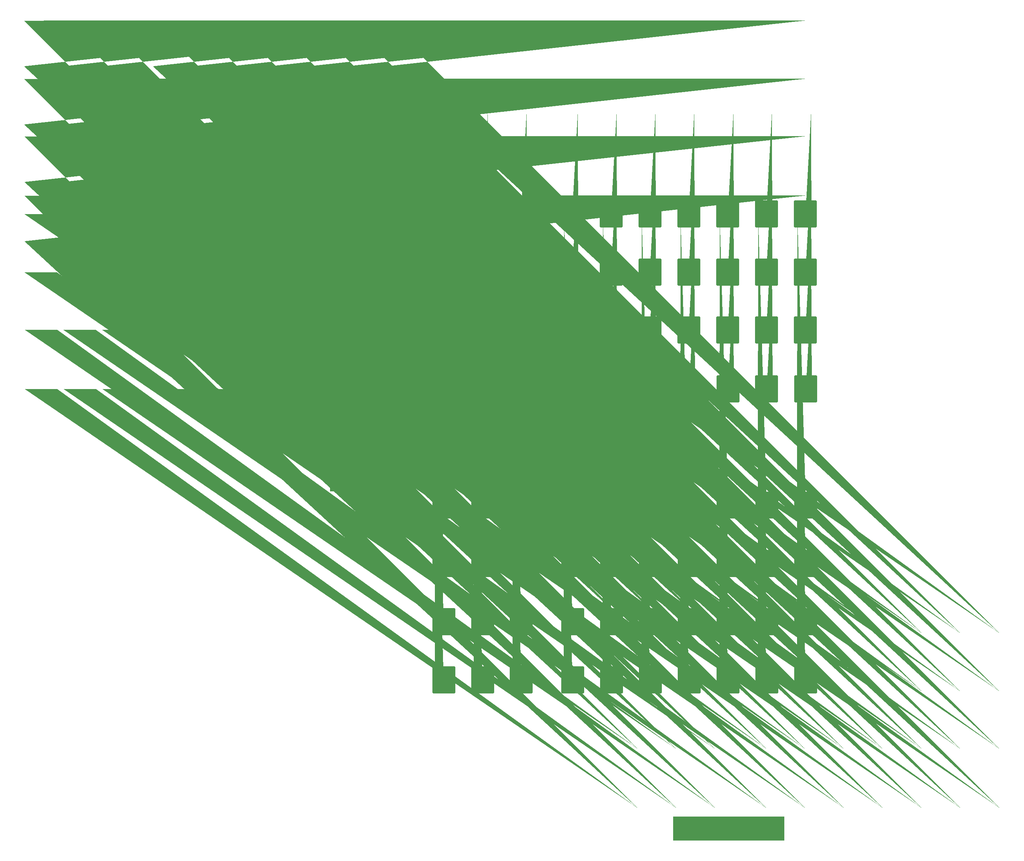
<source format=gbr>
%TF.GenerationSoftware,KiCad,Pcbnew,8.0.6*%
%TF.CreationDate,2025-01-04T08:58:16+01:00*%
%TF.ProjectId,kbd_flex,6b62645f-666c-4657-982e-6b696361645f,rev?*%
%TF.SameCoordinates,Original*%
%TF.FileFunction,Soldermask,Top*%
%TF.FilePolarity,Negative*%
%FSLAX46Y46*%
G04 Gerber Fmt 4.6, Leading zero omitted, Abs format (unit mm)*
G04 Created by KiCad (PCBNEW 8.0.6) date 2025-01-04 08:58:16*
%MOMM*%
%LPD*%
G01*
G04 APERTURE LIST*
G04 Aperture macros list*
%AMFreePoly0*
4,1,53,2.039018,2.734157,2.111114,2.704294,2.166294,2.649114,2.196157,2.577018,2.200000,2.538000,2.200000,2.000000,2.196157,1.960982,2.166294,1.888886,2.111114,1.833706,2.039018,1.803843,2.000000,1.800000,-1.200000,1.800000,-1.200000,0.762000,1.819000,0.762000,1.927713,0.746161,2.040390,0.691076,2.129076,0.602390,2.184161,0.489713,2.200000,0.381000,2.200000,-0.381000,
2.184161,-0.489713,2.129076,-0.602390,2.040390,-0.691076,1.927713,-0.746161,1.819000,-0.762000,-1.200000,-0.762000,-1.200000,-1.762000,2.000000,-1.762000,2.039018,-1.765843,2.111114,-1.795706,2.166294,-1.850886,2.196157,-1.922982,2.200000,-1.962000,2.200000,-2.500000,2.196157,-2.539018,2.166294,-2.611114,2.111114,-2.666294,2.039018,-2.696157,2.000000,-2.700000,-2.000000,-2.700000,
-2.039018,-2.696157,-2.111114,-2.666294,-2.166294,-2.611114,-2.196157,-2.539018,-2.200000,-2.500000,-2.200000,2.538000,-2.196157,2.577018,-2.166294,2.649114,-2.111114,2.704294,-2.039018,2.734157,-2.000000,2.738000,2.000000,2.738000,2.039018,2.734157,2.039018,2.734157,$1*%
%AMFreePoly1*
4,1,65,2.548773,2.195196,2.638893,2.157867,2.707867,2.088893,2.745196,1.998773,2.750000,1.950000,2.750000,-1.950000,2.745196,-1.998773,2.707867,-2.088893,2.638893,-2.157867,2.548773,-2.195196,2.500000,-2.200000,-2.500000,-2.200000,-2.548773,-2.195196,-2.638893,-2.157867,-2.707867,-2.088893,-2.745196,-1.998773,-2.750000,-1.950000,-2.750000,-1.250000,-2.745196,-1.201227,-2.707867,-1.111107,
-2.638893,-1.042133,-2.548773,-1.004804,-2.500000,-1.000000,1.272318,-1.000000,1.351851,-0.971052,1.416687,-0.916649,1.459005,-0.843351,1.473702,-0.760000,1.459005,-0.676649,1.416687,-0.603351,1.351851,-0.548948,1.286055,-0.525000,-2.487500,-0.525000,-2.587954,-0.505018,-2.673116,-0.448116,-2.730018,-0.362954,-2.750000,-0.262500,-2.750000,0.262500,-2.730018,0.362954,-2.673116,0.448116,
-2.587954,0.505018,-2.487500,0.525000,1.286055,0.525000,1.351851,0.548948,1.416687,0.603351,1.459005,0.676649,1.473702,0.760000,1.459005,0.843351,1.416687,0.916649,1.351851,0.971052,1.272318,1.000000,-2.500000,1.000000,-2.548773,1.004804,-2.638893,1.042133,-2.707867,1.111107,-2.745196,1.201227,-2.750000,1.250000,-2.750000,1.950000,-2.745196,1.998773,-2.707867,2.088893,
-2.638893,2.157867,-2.548773,2.195196,-2.500000,2.200000,2.500000,2.200000,2.548773,2.195196,2.548773,2.195196,$1*%
G04 Aperture macros list end*
%ADD10C,0.100000*%
%ADD11C,0.500000*%
%ADD12FreePoly0,0.000000*%
%ADD13FreePoly1,90.000000*%
%ADD14R,0.900000X4.500000*%
G04 APERTURE END LIST*
D10*
X35490000Y-92740000D02*
X46460000Y-92740000D01*
X46460000Y-100530000D01*
X35490000Y-100530000D01*
X35490000Y-92740000D01*
G36*
X35490000Y-92740000D02*
G01*
X46460000Y-92740000D01*
X46460000Y-100530000D01*
X35490000Y-100530000D01*
X35490000Y-92740000D01*
G37*
X117710000Y-178680000D02*
X144310000Y-178680000D01*
X144310000Y-179700000D01*
X117710000Y-179700000D01*
X117710000Y-178680000D01*
G36*
X117710000Y-178680000D02*
G01*
X144310000Y-178680000D01*
X144310000Y-179700000D01*
X117710000Y-179700000D01*
X117710000Y-178680000D01*
G37*
%TO.C,J23*%
D11*
X69540000Y-128910000D02*
X74540000Y-128910000D01*
X74540000Y-134910000D01*
X69540000Y-134910000D01*
X69540000Y-128910000D01*
G36*
X69540000Y-128910000D02*
G01*
X74540000Y-128910000D01*
X74540000Y-134910000D01*
X69540000Y-134910000D01*
X69540000Y-128910000D01*
G37*
%TO.C,J9*%
X100450000Y-100940000D02*
X105450000Y-100940000D01*
X105450000Y-106940000D01*
X100450000Y-106940000D01*
X100450000Y-100940000D01*
G36*
X100450000Y-100940000D02*
G01*
X105450000Y-100940000D01*
X105450000Y-106940000D01*
X100450000Y-106940000D01*
X100450000Y-100940000D01*
G37*
%TO.C,J15*%
X78840000Y-128910000D02*
X83840000Y-128910000D01*
X83840000Y-134910000D01*
X78840000Y-134910000D01*
X78840000Y-128910000D01*
G36*
X78840000Y-128910000D02*
G01*
X83840000Y-128910000D01*
X83840000Y-134910000D01*
X78840000Y-134910000D01*
X78840000Y-128910000D01*
G37*
%TO.C,J50*%
X137620000Y-58880000D02*
X142620000Y-58880000D01*
X142620000Y-64880000D01*
X137620000Y-64880000D01*
X137620000Y-58880000D01*
G36*
X137620000Y-58880000D02*
G01*
X142620000Y-58880000D01*
X142620000Y-64880000D01*
X137620000Y-64880000D01*
X137620000Y-58880000D01*
G37*
%TO.C,J19*%
X119070000Y-128910000D02*
X124070000Y-128910000D01*
X124070000Y-134910000D01*
X119070000Y-134910000D01*
X119070000Y-128910000D01*
G36*
X119070000Y-128910000D02*
G01*
X124070000Y-128910000D01*
X124070000Y-134910000D01*
X119070000Y-134910000D01*
X119070000Y-128910000D01*
G37*
%TO.C,J28*%
X60250000Y-114920000D02*
X65250000Y-114920000D01*
X65250000Y-120920000D01*
X60250000Y-120920000D01*
X60250000Y-114920000D01*
G36*
X60250000Y-114920000D02*
G01*
X65250000Y-114920000D01*
X65250000Y-120920000D01*
X60250000Y-120920000D01*
X60250000Y-114920000D01*
G37*
%TO.C,J65*%
X91070000Y-45030000D02*
X96070000Y-45030000D01*
X96070000Y-51030000D01*
X91070000Y-51030000D01*
X91070000Y-45030000D01*
G36*
X91070000Y-45030000D02*
G01*
X96070000Y-45030000D01*
X96070000Y-51030000D01*
X91070000Y-51030000D01*
X91070000Y-45030000D01*
G37*
%TO.C,J47*%
X109700000Y-58880000D02*
X114700000Y-58880000D01*
X114700000Y-64880000D01*
X109700000Y-64880000D01*
X109700000Y-58880000D01*
G36*
X109700000Y-58880000D02*
G01*
X114700000Y-58880000D01*
X114700000Y-64880000D01*
X109700000Y-64880000D01*
X109700000Y-58880000D01*
G37*
%TO.C,J14*%
X78840000Y-142900000D02*
X83840000Y-142900000D01*
X83840000Y-148900000D01*
X78840000Y-148900000D01*
X78840000Y-142900000D01*
G36*
X78840000Y-142900000D02*
G01*
X83840000Y-142900000D01*
X83840000Y-148900000D01*
X78840000Y-148900000D01*
X78840000Y-142900000D01*
G37*
%TO.C,J27*%
X60250000Y-128910000D02*
X65250000Y-128910000D01*
X65250000Y-134910000D01*
X60250000Y-134910000D01*
X60250000Y-128910000D01*
G36*
X60250000Y-128910000D02*
G01*
X65250000Y-128910000D01*
X65250000Y-134910000D01*
X60250000Y-134910000D01*
X60250000Y-128910000D01*
G37*
%TO.C,J8*%
X100450000Y-114920000D02*
X105450000Y-114920000D01*
X105450000Y-120920000D01*
X100450000Y-120920000D01*
X100450000Y-114920000D01*
G36*
X100450000Y-114920000D02*
G01*
X105450000Y-114920000D01*
X105450000Y-120920000D01*
X100450000Y-120920000D01*
X100450000Y-114920000D01*
G37*
%TO.C,J73*%
X69460000Y-31090000D02*
X74460000Y-31090000D01*
X74460000Y-37090000D01*
X69460000Y-37090000D01*
X69460000Y-31090000D01*
G36*
X69460000Y-31090000D02*
G01*
X74460000Y-31090000D01*
X74460000Y-37090000D01*
X69460000Y-37090000D01*
X69460000Y-31090000D01*
G37*
%TO.C,J51*%
X146990000Y-58880000D02*
X151990000Y-58880000D01*
X151990000Y-64880000D01*
X146990000Y-64880000D01*
X146990000Y-58880000D01*
G36*
X146990000Y-58880000D02*
G01*
X151990000Y-58880000D01*
X151990000Y-64880000D01*
X146990000Y-64880000D01*
X146990000Y-58880000D01*
G37*
%TO.C,J70*%
X137610000Y-45030000D02*
X142610000Y-45030000D01*
X142610000Y-51030000D01*
X137610000Y-51030000D01*
X137610000Y-45030000D01*
G36*
X137610000Y-45030000D02*
G01*
X142610000Y-45030000D01*
X142610000Y-51030000D01*
X137610000Y-51030000D01*
X137610000Y-45030000D01*
G37*
%TO.C,J72*%
X60170000Y-31080000D02*
X65170000Y-31080000D01*
X65170000Y-37080000D01*
X60170000Y-37080000D01*
X60170000Y-31080000D01*
G36*
X60170000Y-31080000D02*
G01*
X65170000Y-31080000D01*
X65170000Y-37080000D01*
X60170000Y-37080000D01*
X60170000Y-31080000D01*
G37*
%TO.C,J45*%
X91080000Y-58880000D02*
X96080000Y-58880000D01*
X96080000Y-64880000D01*
X91080000Y-64880000D01*
X91080000Y-58880000D01*
G36*
X91080000Y-58880000D02*
G01*
X96080000Y-58880000D01*
X96080000Y-64880000D01*
X91080000Y-64880000D01*
X91080000Y-58880000D01*
G37*
%TO.C,J22*%
X69540000Y-142900000D02*
X74540000Y-142900000D01*
X74540000Y-148900000D01*
X69540000Y-148900000D01*
X69540000Y-142900000D01*
G36*
X69540000Y-142900000D02*
G01*
X74540000Y-142900000D01*
X74540000Y-148900000D01*
X69540000Y-148900000D01*
X69540000Y-142900000D01*
G37*
%TO.C,J63*%
X69460000Y-45040000D02*
X74460000Y-45040000D01*
X74460000Y-51040000D01*
X69460000Y-51040000D01*
X69460000Y-45040000D01*
G36*
X69460000Y-45040000D02*
G01*
X74460000Y-45040000D01*
X74460000Y-51040000D01*
X69460000Y-51040000D01*
X69460000Y-45040000D01*
G37*
%TO.C,J42*%
X60180000Y-58880000D02*
X65180000Y-58880000D01*
X65180000Y-64880000D01*
X60180000Y-64880000D01*
X60180000Y-58880000D01*
G36*
X60180000Y-58880000D02*
G01*
X65180000Y-58880000D01*
X65180000Y-64880000D01*
X60180000Y-64880000D01*
X60180000Y-58880000D01*
G37*
%TO.C,J67*%
X109690000Y-45030000D02*
X114690000Y-45030000D01*
X114690000Y-51030000D01*
X109690000Y-51030000D01*
X109690000Y-45030000D01*
G36*
X109690000Y-45030000D02*
G01*
X114690000Y-45030000D01*
X114690000Y-51030000D01*
X109690000Y-51030000D01*
X109690000Y-45030000D01*
G37*
%TO.C,J35*%
X137690000Y-128910000D02*
X142690000Y-128910000D01*
X142690000Y-134910000D01*
X137690000Y-134910000D01*
X137690000Y-128910000D01*
G36*
X137690000Y-128910000D02*
G01*
X142690000Y-128910000D01*
X142690000Y-134910000D01*
X137690000Y-134910000D01*
X137690000Y-128910000D01*
G37*
%TO.C,J68*%
X118990000Y-45030000D02*
X123990000Y-45030000D01*
X123990000Y-51030000D01*
X118990000Y-51030000D01*
X118990000Y-45030000D01*
G36*
X118990000Y-45030000D02*
G01*
X123990000Y-45030000D01*
X123990000Y-51030000D01*
X118990000Y-51030000D01*
X118990000Y-45030000D01*
G37*
%TO.C,J2*%
X91150000Y-142900000D02*
X96150000Y-142900000D01*
X96150000Y-148900000D01*
X91150000Y-148900000D01*
X91150000Y-142900000D01*
G36*
X91150000Y-142900000D02*
G01*
X96150000Y-142900000D01*
X96150000Y-148900000D01*
X91150000Y-148900000D01*
X91150000Y-142900000D01*
G37*
%TO.C,J16*%
X78840000Y-114920000D02*
X83840000Y-114920000D01*
X83840000Y-120920000D01*
X78840000Y-120920000D01*
X78840000Y-114920000D01*
G36*
X78840000Y-114920000D02*
G01*
X83840000Y-114920000D01*
X83840000Y-120920000D01*
X78840000Y-120920000D01*
X78840000Y-114920000D01*
G37*
%TO.C,J59*%
X128410000Y-73080000D02*
X133410000Y-73080000D01*
X133410000Y-79080000D01*
X128410000Y-79080000D01*
X128410000Y-73080000D01*
G36*
X128410000Y-73080000D02*
G01*
X133410000Y-73080000D01*
X133410000Y-79080000D01*
X128410000Y-79080000D01*
X128410000Y-73080000D01*
G37*
%TO.C,J37*%
X137690000Y-100940000D02*
X142690000Y-100940000D01*
X142690000Y-106940000D01*
X137690000Y-106940000D01*
X137690000Y-100940000D01*
G36*
X137690000Y-100940000D02*
G01*
X142690000Y-100940000D01*
X142690000Y-106940000D01*
X137690000Y-106940000D01*
X137690000Y-100940000D01*
G37*
%TO.C,J79*%
X128340000Y-31080000D02*
X133340000Y-31080000D01*
X133340000Y-37080000D01*
X128340000Y-37080000D01*
X128340000Y-31080000D01*
G36*
X128340000Y-31080000D02*
G01*
X133340000Y-31080000D01*
X133340000Y-37080000D01*
X128340000Y-37080000D01*
X128340000Y-31080000D01*
G37*
%TO.C,J21*%
X119070000Y-100940000D02*
X124070000Y-100940000D01*
X124070000Y-106940000D01*
X119070000Y-106940000D01*
X119070000Y-100940000D01*
G36*
X119070000Y-100940000D02*
G01*
X124070000Y-100940000D01*
X124070000Y-106940000D01*
X119070000Y-106940000D01*
X119070000Y-100940000D01*
G37*
%TO.C,J75*%
X91070000Y-31080000D02*
X96070000Y-31080000D01*
X96070000Y-37080000D01*
X91070000Y-37080000D01*
X91070000Y-31080000D01*
G36*
X91070000Y-31080000D02*
G01*
X96070000Y-31080000D01*
X96070000Y-37080000D01*
X91070000Y-37080000D01*
X91070000Y-31080000D01*
G37*
%TO.C,J17*%
X78840000Y-100940000D02*
X83840000Y-100940000D01*
X83840000Y-106940000D01*
X78840000Y-106940000D01*
X78840000Y-100940000D01*
G36*
X78840000Y-100940000D02*
G01*
X83840000Y-100940000D01*
X83840000Y-106940000D01*
X78840000Y-106940000D01*
X78840000Y-100940000D01*
G37*
%TO.C,J57*%
X109760000Y-73080000D02*
X114760000Y-73080000D01*
X114760000Y-79080000D01*
X109760000Y-79080000D01*
X109760000Y-73080000D01*
G36*
X109760000Y-73080000D02*
G01*
X114760000Y-73080000D01*
X114760000Y-79080000D01*
X109760000Y-79080000D01*
X109760000Y-73080000D01*
G37*
%TO.C,J11*%
X109770000Y-128910000D02*
X114770000Y-128910000D01*
X114770000Y-134910000D01*
X109770000Y-134910000D01*
X109770000Y-128910000D01*
G36*
X109770000Y-128910000D02*
G01*
X114770000Y-128910000D01*
X114770000Y-134910000D01*
X109770000Y-134910000D01*
X109770000Y-128910000D01*
G37*
%TO.C,J69*%
X128340000Y-45030000D02*
X133340000Y-45030000D01*
X133340000Y-51030000D01*
X128340000Y-51030000D01*
X128340000Y-45030000D01*
G36*
X128340000Y-45030000D02*
G01*
X133340000Y-45030000D01*
X133340000Y-51030000D01*
X128340000Y-51030000D01*
X128340000Y-45030000D01*
G37*
%TO.C,J1*%
D10*
X117710000Y-184400000D02*
X144310000Y-184400000D01*
X144310000Y-179700000D01*
X117710000Y-179700000D01*
X117710000Y-184400000D01*
G36*
X117710000Y-184400000D02*
G01*
X144310000Y-184400000D01*
X144310000Y-179700000D01*
X117710000Y-179700000D01*
X117710000Y-184400000D01*
G37*
%TO.C,J76*%
D11*
X100370000Y-31080000D02*
X105370000Y-31080000D01*
X105370000Y-37080000D01*
X100370000Y-37080000D01*
X100370000Y-31080000D01*
G36*
X100370000Y-31080000D02*
G01*
X105370000Y-31080000D01*
X105370000Y-37080000D01*
X100370000Y-37080000D01*
X100370000Y-31080000D01*
G37*
%TO.C,J61*%
X147050000Y-73080000D02*
X152050000Y-73080000D01*
X152050000Y-79080000D01*
X147050000Y-79080000D01*
X147050000Y-73080000D01*
G36*
X147050000Y-73080000D02*
G01*
X152050000Y-73080000D01*
X152050000Y-79080000D01*
X147050000Y-79080000D01*
X147050000Y-73080000D01*
G37*
%TO.C,J20*%
X119070000Y-114920000D02*
X124070000Y-114920000D01*
X124070000Y-120920000D01*
X119070000Y-120920000D01*
X119070000Y-114920000D01*
G36*
X119070000Y-114920000D02*
G01*
X124070000Y-114920000D01*
X124070000Y-120920000D01*
X119070000Y-120920000D01*
X119070000Y-114920000D01*
G37*
%TO.C,J49*%
X128350000Y-58880000D02*
X133350000Y-58880000D01*
X133350000Y-64880000D01*
X128350000Y-64880000D01*
X128350000Y-58880000D01*
G36*
X128350000Y-58880000D02*
G01*
X133350000Y-58880000D01*
X133350000Y-64880000D01*
X128350000Y-64880000D01*
X128350000Y-58880000D01*
G37*
%TO.C,J26*%
X60250000Y-142900000D02*
X65250000Y-142900000D01*
X65250000Y-148900000D01*
X60250000Y-148900000D01*
X60250000Y-142900000D01*
G36*
X60250000Y-142900000D02*
G01*
X65250000Y-142900000D01*
X65250000Y-148900000D01*
X60250000Y-148900000D01*
X60250000Y-142900000D01*
G37*
%TO.C,J77*%
X109690000Y-31080000D02*
X114690000Y-31080000D01*
X114690000Y-37080000D01*
X109690000Y-37080000D01*
X109690000Y-31080000D01*
G36*
X109690000Y-31080000D02*
G01*
X114690000Y-31080000D01*
X114690000Y-37080000D01*
X109690000Y-37080000D01*
X109690000Y-31080000D01*
G37*
%TO.C,J62*%
X60170000Y-45030000D02*
X65170000Y-45030000D01*
X65170000Y-51030000D01*
X60170000Y-51030000D01*
X60170000Y-45030000D01*
G36*
X60170000Y-45030000D02*
G01*
X65170000Y-45030000D01*
X65170000Y-51030000D01*
X60170000Y-51030000D01*
X60170000Y-45030000D01*
G37*
%TO.C,J12*%
X109770000Y-114920000D02*
X114770000Y-114920000D01*
X114770000Y-120920000D01*
X109770000Y-120920000D01*
X109770000Y-114920000D01*
G36*
X109770000Y-114920000D02*
G01*
X114770000Y-114920000D01*
X114770000Y-120920000D01*
X109770000Y-120920000D01*
X109770000Y-114920000D01*
G37*
%TO.C,J64*%
X78760000Y-45030000D02*
X83760000Y-45030000D01*
X83760000Y-51030000D01*
X78760000Y-51030000D01*
X78760000Y-45030000D01*
G36*
X78760000Y-45030000D02*
G01*
X83760000Y-45030000D01*
X83760000Y-51030000D01*
X78760000Y-51030000D01*
X78760000Y-45030000D01*
G37*
%TO.C,J5*%
X91150000Y-100940000D02*
X96150000Y-100940000D01*
X96150000Y-106940000D01*
X91150000Y-106940000D01*
X91150000Y-100940000D01*
G36*
X91150000Y-100940000D02*
G01*
X96150000Y-100940000D01*
X96150000Y-106940000D01*
X91150000Y-106940000D01*
X91150000Y-100940000D01*
G37*
%TO.C,J81*%
X146980000Y-31080000D02*
X151980000Y-31080000D01*
X151980000Y-37080000D01*
X146980000Y-37080000D01*
X146980000Y-31080000D01*
G36*
X146980000Y-31080000D02*
G01*
X151980000Y-31080000D01*
X151980000Y-37080000D01*
X146980000Y-37080000D01*
X146980000Y-31080000D01*
G37*
%TO.C,J74*%
X78760000Y-31080000D02*
X83760000Y-31080000D01*
X83760000Y-37080000D01*
X78760000Y-37080000D01*
X78760000Y-31080000D01*
G36*
X78760000Y-31080000D02*
G01*
X83760000Y-31080000D01*
X83760000Y-37080000D01*
X78760000Y-37080000D01*
X78760000Y-31080000D01*
G37*
%TO.C,J46*%
X100380000Y-58880000D02*
X105380000Y-58880000D01*
X105380000Y-64880000D01*
X100380000Y-64880000D01*
X100380000Y-58880000D01*
G36*
X100380000Y-58880000D02*
G01*
X105380000Y-58880000D01*
X105380000Y-64880000D01*
X100380000Y-64880000D01*
X100380000Y-58880000D01*
G37*
%TO.C,J32*%
X128420000Y-114920000D02*
X133420000Y-114920000D01*
X133420000Y-120920000D01*
X128420000Y-120920000D01*
X128420000Y-114920000D01*
G36*
X128420000Y-114920000D02*
G01*
X133420000Y-114920000D01*
X133420000Y-120920000D01*
X128420000Y-120920000D01*
X128420000Y-114920000D01*
G37*
%TO.C,J55*%
X91140000Y-73080000D02*
X96140000Y-73080000D01*
X96140000Y-79080000D01*
X91140000Y-79080000D01*
X91140000Y-73080000D01*
G36*
X91140000Y-73080000D02*
G01*
X96140000Y-73080000D01*
X96140000Y-79080000D01*
X91140000Y-79080000D01*
X91140000Y-73080000D01*
G37*
%TO.C,J56*%
X100440000Y-73080000D02*
X105440000Y-73080000D01*
X105440000Y-79080000D01*
X100440000Y-79080000D01*
X100440000Y-73080000D01*
G36*
X100440000Y-73080000D02*
G01*
X105440000Y-73080000D01*
X105440000Y-79080000D01*
X100440000Y-79080000D01*
X100440000Y-73080000D01*
G37*
%TO.C,J58*%
X119060000Y-73080000D02*
X124060000Y-73080000D01*
X124060000Y-79080000D01*
X119060000Y-79080000D01*
X119060000Y-73080000D01*
G36*
X119060000Y-73080000D02*
G01*
X124060000Y-73080000D01*
X124060000Y-79080000D01*
X119060000Y-79080000D01*
X119060000Y-73080000D01*
G37*
%TO.C,J66*%
X100370000Y-45030000D02*
X105370000Y-45030000D01*
X105370000Y-51030000D01*
X100370000Y-51030000D01*
X100370000Y-45030000D01*
G36*
X100370000Y-45030000D02*
G01*
X105370000Y-45030000D01*
X105370000Y-51030000D01*
X100370000Y-51030000D01*
X100370000Y-45030000D01*
G37*
%TO.C,J6*%
X100450000Y-142900000D02*
X105450000Y-142900000D01*
X105450000Y-148900000D01*
X100450000Y-148900000D01*
X100450000Y-142900000D01*
G36*
X100450000Y-142900000D02*
G01*
X105450000Y-142900000D01*
X105450000Y-148900000D01*
X100450000Y-148900000D01*
X100450000Y-142900000D01*
G37*
%TO.C,J10*%
X109770000Y-142900000D02*
X114770000Y-142900000D01*
X114770000Y-148900000D01*
X109770000Y-148900000D01*
X109770000Y-142900000D01*
G36*
X109770000Y-142900000D02*
G01*
X114770000Y-142900000D01*
X114770000Y-148900000D01*
X109770000Y-148900000D01*
X109770000Y-142900000D01*
G37*
%TO.C,J7*%
X100450000Y-128910000D02*
X105450000Y-128910000D01*
X105450000Y-134910000D01*
X100450000Y-134910000D01*
X100450000Y-128910000D01*
G36*
X100450000Y-128910000D02*
G01*
X105450000Y-128910000D01*
X105450000Y-134910000D01*
X100450000Y-134910000D01*
X100450000Y-128910000D01*
G37*
%TO.C,J52*%
X60240000Y-73080000D02*
X65240000Y-73080000D01*
X65240000Y-79080000D01*
X60240000Y-79080000D01*
X60240000Y-73080000D01*
G36*
X60240000Y-73080000D02*
G01*
X65240000Y-73080000D01*
X65240000Y-79080000D01*
X60240000Y-79080000D01*
X60240000Y-73080000D01*
G37*
%TO.C,J33*%
X128420000Y-100940000D02*
X133420000Y-100940000D01*
X133420000Y-106940000D01*
X128420000Y-106940000D01*
X128420000Y-100940000D01*
G36*
X128420000Y-100940000D02*
G01*
X133420000Y-100940000D01*
X133420000Y-106940000D01*
X128420000Y-106940000D01*
X128420000Y-100940000D01*
G37*
%TO.C,J78*%
X118990000Y-31080000D02*
X123990000Y-31080000D01*
X123990000Y-37080000D01*
X118990000Y-37080000D01*
X118990000Y-31080000D01*
G36*
X118990000Y-31080000D02*
G01*
X123990000Y-31080000D01*
X123990000Y-37080000D01*
X118990000Y-37080000D01*
X118990000Y-31080000D01*
G37*
%TO.C,J38*%
X147060000Y-100940000D02*
X152060000Y-100940000D01*
X152060000Y-106940000D01*
X147060000Y-106940000D01*
X147060000Y-100940000D01*
G36*
X147060000Y-100940000D02*
G01*
X152060000Y-100940000D01*
X152060000Y-106940000D01*
X147060000Y-106940000D01*
X147060000Y-100940000D01*
G37*
%TO.C,J13*%
X109770000Y-100940000D02*
X114770000Y-100940000D01*
X114770000Y-106940000D01*
X109770000Y-106940000D01*
X109770000Y-100940000D01*
G36*
X109770000Y-100940000D02*
G01*
X114770000Y-100940000D01*
X114770000Y-106940000D01*
X109770000Y-106940000D01*
X109770000Y-100940000D01*
G37*
%TO.C,J29*%
X60250000Y-100940000D02*
X65250000Y-100940000D01*
X65250000Y-106940000D01*
X60250000Y-106940000D01*
X60250000Y-100940000D01*
G36*
X60250000Y-100940000D02*
G01*
X65250000Y-100940000D01*
X65250000Y-106940000D01*
X60250000Y-106940000D01*
X60250000Y-100940000D01*
G37*
%TO.C,J36*%
X137690000Y-114920000D02*
X142690000Y-114920000D01*
X142690000Y-120920000D01*
X137690000Y-120920000D01*
X137690000Y-114920000D01*
G36*
X137690000Y-114920000D02*
G01*
X142690000Y-114920000D01*
X142690000Y-120920000D01*
X137690000Y-120920000D01*
X137690000Y-114920000D01*
G37*
%TO.C,J18*%
X119070000Y-142890000D02*
X124070000Y-142890000D01*
X124070000Y-148890000D01*
X119070000Y-148890000D01*
X119070000Y-142890000D01*
G36*
X119070000Y-142890000D02*
G01*
X124070000Y-142890000D01*
X124070000Y-148890000D01*
X119070000Y-148890000D01*
X119070000Y-142890000D01*
G37*
%TO.C,J25*%
X69540000Y-100940000D02*
X74540000Y-100940000D01*
X74540000Y-106940000D01*
X69540000Y-106940000D01*
X69540000Y-100940000D01*
G36*
X69540000Y-100940000D02*
G01*
X74540000Y-100940000D01*
X74540000Y-106940000D01*
X69540000Y-106940000D01*
X69540000Y-100940000D01*
G37*
%TO.C,J60*%
X137680000Y-73080000D02*
X142680000Y-73080000D01*
X142680000Y-79080000D01*
X137680000Y-79080000D01*
X137680000Y-73080000D01*
G36*
X137680000Y-73080000D02*
G01*
X142680000Y-73080000D01*
X142680000Y-79080000D01*
X137680000Y-79080000D01*
X137680000Y-73080000D01*
G37*
%TO.C,J44*%
X78770000Y-58880000D02*
X83770000Y-58880000D01*
X83770000Y-64880000D01*
X78770000Y-64880000D01*
X78770000Y-58880000D01*
G36*
X78770000Y-58880000D02*
G01*
X83770000Y-58880000D01*
X83770000Y-64880000D01*
X78770000Y-64880000D01*
X78770000Y-58880000D01*
G37*
%TO.C,J4*%
X91150000Y-114920000D02*
X96150000Y-114920000D01*
X96150000Y-120920000D01*
X91150000Y-120920000D01*
X91150000Y-114920000D01*
G36*
X91150000Y-114920000D02*
G01*
X96150000Y-114920000D01*
X96150000Y-120920000D01*
X91150000Y-120920000D01*
X91150000Y-114920000D01*
G37*
%TO.C,J30*%
X128420000Y-142900000D02*
X133420000Y-142900000D01*
X133420000Y-148900000D01*
X128420000Y-148900000D01*
X128420000Y-142900000D01*
G36*
X128420000Y-142900000D02*
G01*
X133420000Y-142900000D01*
X133420000Y-148900000D01*
X128420000Y-148900000D01*
X128420000Y-142900000D01*
G37*
%TO.C,J34*%
X137690000Y-142900000D02*
X142690000Y-142900000D01*
X142690000Y-148900000D01*
X137690000Y-148900000D01*
X137690000Y-142900000D01*
G36*
X137690000Y-142900000D02*
G01*
X142690000Y-142900000D01*
X142690000Y-148900000D01*
X137690000Y-148900000D01*
X137690000Y-142900000D01*
G37*
%TO.C,J41*%
X147060000Y-114920000D02*
X152060000Y-114920000D01*
X152060000Y-120920000D01*
X147060000Y-120920000D01*
X147060000Y-114920000D01*
G36*
X147060000Y-114920000D02*
G01*
X152060000Y-114920000D01*
X152060000Y-120920000D01*
X147060000Y-120920000D01*
X147060000Y-114920000D01*
G37*
%TO.C,J71*%
X146980000Y-45030000D02*
X151980000Y-45030000D01*
X151980000Y-51030000D01*
X146980000Y-51030000D01*
X146980000Y-45030000D01*
G36*
X146980000Y-45030000D02*
G01*
X151980000Y-45030000D01*
X151980000Y-51030000D01*
X146980000Y-51030000D01*
X146980000Y-45030000D01*
G37*
%TO.C,J80*%
X137610000Y-31080000D02*
X142610000Y-31080000D01*
X142610000Y-37080000D01*
X137610000Y-37080000D01*
X137610000Y-31080000D01*
G36*
X137610000Y-31080000D02*
G01*
X142610000Y-31080000D01*
X142610000Y-37080000D01*
X137610000Y-37080000D01*
X137610000Y-31080000D01*
G37*
%TO.C,J48*%
X119000000Y-58880000D02*
X124000000Y-58880000D01*
X124000000Y-64880000D01*
X119000000Y-64880000D01*
X119000000Y-58880000D01*
G36*
X119000000Y-58880000D02*
G01*
X124000000Y-58880000D01*
X124000000Y-64880000D01*
X119000000Y-64880000D01*
X119000000Y-58880000D01*
G37*
%TO.C,J39*%
X147060000Y-142890000D02*
X152060000Y-142890000D01*
X152060000Y-148890000D01*
X147060000Y-148890000D01*
X147060000Y-142890000D01*
G36*
X147060000Y-142890000D02*
G01*
X152060000Y-142890000D01*
X152060000Y-148890000D01*
X147060000Y-148890000D01*
X147060000Y-142890000D01*
G37*
%TO.C,J53*%
X69530000Y-73090000D02*
X74530000Y-73090000D01*
X74530000Y-79090000D01*
X69530000Y-79090000D01*
X69530000Y-73090000D01*
G36*
X69530000Y-73090000D02*
G01*
X74530000Y-73090000D01*
X74530000Y-79090000D01*
X69530000Y-79090000D01*
X69530000Y-73090000D01*
G37*
%TO.C,J3*%
X91150000Y-128910000D02*
X96150000Y-128910000D01*
X96150000Y-134910000D01*
X91150000Y-134910000D01*
X91150000Y-128910000D01*
G36*
X91150000Y-128910000D02*
G01*
X96150000Y-128910000D01*
X96150000Y-134910000D01*
X91150000Y-134910000D01*
X91150000Y-128910000D01*
G37*
%TO.C,J54*%
X78830000Y-73080000D02*
X83830000Y-73080000D01*
X83830000Y-79080000D01*
X78830000Y-79080000D01*
X78830000Y-73080000D01*
G36*
X78830000Y-73080000D02*
G01*
X83830000Y-73080000D01*
X83830000Y-79080000D01*
X78830000Y-79080000D01*
X78830000Y-73080000D01*
G37*
%TO.C,J43*%
X69470000Y-58890000D02*
X74470000Y-58890000D01*
X74470000Y-64890000D01*
X69470000Y-64890000D01*
X69470000Y-58890000D01*
G36*
X69470000Y-58890000D02*
G01*
X74470000Y-58890000D01*
X74470000Y-64890000D01*
X69470000Y-64890000D01*
X69470000Y-58890000D01*
G37*
%TO.C,J31*%
X128420000Y-128910000D02*
X133420000Y-128910000D01*
X133420000Y-134910000D01*
X128420000Y-134910000D01*
X128420000Y-128910000D01*
G36*
X128420000Y-128910000D02*
G01*
X133420000Y-128910000D01*
X133420000Y-134910000D01*
X128420000Y-134910000D01*
X128420000Y-128910000D01*
G37*
%TO.C,J40*%
X147060000Y-128910000D02*
X152060000Y-128910000D01*
X152060000Y-134910000D01*
X147060000Y-134910000D01*
X147060000Y-128910000D01*
G36*
X147060000Y-128910000D02*
G01*
X152060000Y-128910000D01*
X152060000Y-134910000D01*
X147060000Y-134910000D01*
X147060000Y-128910000D01*
G37*
%TO.C,J24*%
X69540000Y-114920000D02*
X74540000Y-114920000D01*
X74540000Y-120920000D01*
X69540000Y-120920000D01*
X69540000Y-114920000D01*
G36*
X69540000Y-114920000D02*
G01*
X74540000Y-114920000D01*
X74540000Y-120920000D01*
X69540000Y-120920000D01*
X69540000Y-114920000D01*
G37*
%TD*%
D12*
%TO.C,J23*%
X72040000Y-131910000D03*
%TD*%
%TO.C,J9*%
X102950000Y-103940000D03*
%TD*%
%TO.C,J15*%
X81340000Y-131910000D03*
%TD*%
D13*
%TO.C,J50*%
X140120000Y-61880000D03*
%TD*%
D12*
%TO.C,J19*%
X121570000Y-131910000D03*
%TD*%
%TO.C,J28*%
X62750000Y-117920000D03*
%TD*%
D13*
%TO.C,J65*%
X93570000Y-48030000D03*
%TD*%
%TO.C,J47*%
X112200000Y-61880000D03*
%TD*%
D12*
%TO.C,J14*%
X81340000Y-145900000D03*
%TD*%
%TO.C,J27*%
X62750000Y-131910000D03*
%TD*%
%TO.C,J8*%
X102950000Y-117920000D03*
%TD*%
D13*
%TO.C,J73*%
X71960000Y-34090000D03*
%TD*%
%TO.C,J51*%
X149490000Y-61880000D03*
%TD*%
%TO.C,J70*%
X140110000Y-48030000D03*
%TD*%
%TO.C,J72*%
X62670000Y-34080000D03*
%TD*%
%TO.C,J45*%
X93580000Y-61880000D03*
%TD*%
D12*
%TO.C,J22*%
X72040000Y-145900000D03*
%TD*%
D13*
%TO.C,J63*%
X71960000Y-48040000D03*
%TD*%
%TO.C,J42*%
X62680000Y-61880000D03*
%TD*%
%TO.C,J67*%
X112190000Y-48030000D03*
%TD*%
D12*
%TO.C,J35*%
X140190000Y-131910000D03*
%TD*%
D13*
%TO.C,J68*%
X121490000Y-48030000D03*
%TD*%
D12*
%TO.C,J2*%
X93650000Y-145900000D03*
%TD*%
%TO.C,J16*%
X81340000Y-117920000D03*
%TD*%
D13*
%TO.C,J59*%
X130910000Y-76080000D03*
%TD*%
D12*
%TO.C,J37*%
X140190000Y-103940000D03*
%TD*%
D13*
%TO.C,J79*%
X130840000Y-34080000D03*
%TD*%
D12*
%TO.C,J21*%
X121570000Y-103940000D03*
%TD*%
D13*
%TO.C,J75*%
X93570000Y-34080000D03*
%TD*%
D12*
%TO.C,J17*%
X81340000Y-103940000D03*
%TD*%
D13*
%TO.C,J57*%
X112260000Y-76080000D03*
%TD*%
D12*
%TO.C,J11*%
X112270000Y-131910000D03*
%TD*%
D13*
%TO.C,J69*%
X130840000Y-48030000D03*
%TD*%
D14*
%TO.C,J1*%
X118260000Y-182050000D03*
X119960000Y-182050000D03*
X121660000Y-182050000D03*
X123360000Y-182050000D03*
X125060000Y-182050000D03*
X126760000Y-182050000D03*
X128460000Y-182050000D03*
X130160000Y-182050000D03*
X131860000Y-182050000D03*
X133560000Y-182050000D03*
X135260000Y-182050000D03*
X136960000Y-182050000D03*
X138660000Y-182050000D03*
X140360000Y-182050000D03*
X142060000Y-182050000D03*
X143760000Y-182050000D03*
%TD*%
D13*
%TO.C,J76*%
X102870000Y-34080000D03*
%TD*%
%TO.C,J61*%
X149550000Y-76080000D03*
%TD*%
D12*
%TO.C,J20*%
X121570000Y-117920000D03*
%TD*%
D13*
%TO.C,J49*%
X130850000Y-61880000D03*
%TD*%
D12*
%TO.C,J26*%
X62750000Y-145900000D03*
%TD*%
D13*
%TO.C,J77*%
X112190000Y-34080000D03*
%TD*%
%TO.C,J62*%
X62670000Y-48030000D03*
%TD*%
D12*
%TO.C,J12*%
X112270000Y-117920000D03*
%TD*%
D13*
%TO.C,J64*%
X81260000Y-48030000D03*
%TD*%
D12*
%TO.C,J5*%
X93650000Y-103940000D03*
%TD*%
D13*
%TO.C,J81*%
X149480000Y-34080000D03*
%TD*%
%TO.C,J74*%
X81260000Y-34080000D03*
%TD*%
%TO.C,J46*%
X102880000Y-61880000D03*
%TD*%
D12*
%TO.C,J32*%
X130920000Y-117920000D03*
%TD*%
D13*
%TO.C,J55*%
X93640000Y-76080000D03*
%TD*%
%TO.C,J56*%
X102940000Y-76080000D03*
%TD*%
%TO.C,J58*%
X121560000Y-76080000D03*
%TD*%
%TO.C,J66*%
X102870000Y-48030000D03*
%TD*%
D12*
%TO.C,J6*%
X102950000Y-145900000D03*
%TD*%
%TO.C,J10*%
X112270000Y-145900000D03*
%TD*%
%TO.C,J7*%
X102950000Y-131910000D03*
%TD*%
D13*
%TO.C,J52*%
X62740000Y-76080000D03*
%TD*%
D12*
%TO.C,J33*%
X130920000Y-103940000D03*
%TD*%
D13*
%TO.C,J78*%
X121490000Y-34080000D03*
%TD*%
D12*
%TO.C,J38*%
X149560000Y-103940000D03*
%TD*%
%TO.C,J13*%
X112270000Y-103940000D03*
%TD*%
%TO.C,J29*%
X62750000Y-103940000D03*
%TD*%
%TO.C,J36*%
X140190000Y-117920000D03*
%TD*%
%TO.C,J18*%
X121570000Y-145890000D03*
%TD*%
%TO.C,J25*%
X72040000Y-103940000D03*
%TD*%
D13*
%TO.C,J60*%
X140180000Y-76080000D03*
%TD*%
%TO.C,J44*%
X81270000Y-61880000D03*
%TD*%
D12*
%TO.C,J4*%
X93650000Y-117920000D03*
%TD*%
%TO.C,J30*%
X130920000Y-145900000D03*
%TD*%
%TO.C,J34*%
X140190000Y-145900000D03*
%TD*%
%TO.C,J41*%
X149560000Y-117920000D03*
%TD*%
D13*
%TO.C,J71*%
X149480000Y-48030000D03*
%TD*%
%TO.C,J80*%
X140110000Y-34080000D03*
%TD*%
%TO.C,J48*%
X121500000Y-61880000D03*
%TD*%
D12*
%TO.C,J39*%
X149560000Y-145890000D03*
%TD*%
D13*
%TO.C,J53*%
X72030000Y-76090000D03*
%TD*%
D12*
%TO.C,J3*%
X93650000Y-131910000D03*
%TD*%
D13*
%TO.C,J54*%
X81330000Y-76080000D03*
%TD*%
%TO.C,J43*%
X71970000Y-61890000D03*
%TD*%
D12*
%TO.C,J31*%
X130920000Y-131910000D03*
%TD*%
%TO.C,J40*%
X149560000Y-131910000D03*
%TD*%
%TO.C,J24*%
X72040000Y-117920000D03*
%TD*%
M02*

</source>
